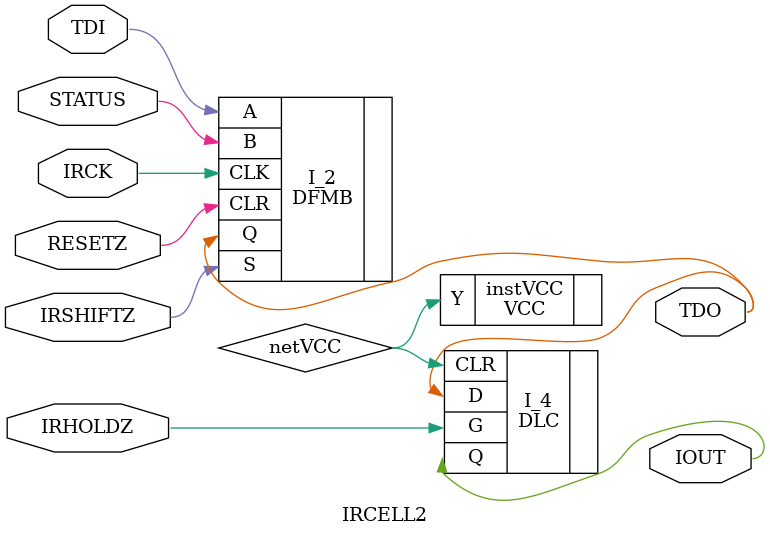
<source format=v>
`timescale 1 ns / 100 ps
module IRCELL2( IOUT, TDO, IRCK, IRHOLDZ, IRSHIFTZ, RESETZ, STATUS, TDI
     );

output  IOUT, TDO;


input  IRCK, IRHOLDZ, IRSHIFTZ, RESETZ, STATUS, TDI;





specify 
    specparam CDS_LIBNAME  = "3200DX";
    specparam CDS_CELLNAME = "IRCELL2";
    specparam CDS_VIEWNAME = "schematic";
endspecify

VCC instVCC( .Y(netVCC));
DFMB  I_2( .Q(TDO), .CLR(RESETZ), .CLK(IRCK), .S(IRSHIFTZ), .B(STATUS),
     .A(TDI));
DLC  I_4( .Q(IOUT), .CLR(netVCC), .G(IRHOLDZ), .D(TDO));

endmodule

</source>
